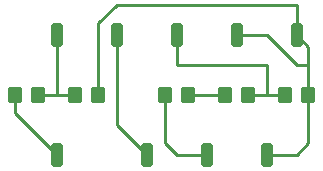
<source format=gbr>
%TF.GenerationSoftware,KiCad,Pcbnew,(7.0.0)*%
%TF.CreationDate,2023-03-15T15:08:56+01:00*%
%TF.ProjectId,PCH-1000JIG_0805,5043482d-3130-4303-904a-49475f303830,rev?*%
%TF.SameCoordinates,Original*%
%TF.FileFunction,Copper,L1,Top*%
%TF.FilePolarity,Positive*%
%FSLAX46Y46*%
G04 Gerber Fmt 4.6, Leading zero omitted, Abs format (unit mm)*
G04 Created by KiCad (PCBNEW (7.0.0)) date 2023-03-15 15:08:56*
%MOMM*%
%LPD*%
G01*
G04 APERTURE LIST*
G04 Aperture macros list*
%AMRoundRect*
0 Rectangle with rounded corners*
0 $1 Rounding radius*
0 $2 $3 $4 $5 $6 $7 $8 $9 X,Y pos of 4 corners*
0 Add a 4 corners polygon primitive as box body*
4,1,4,$2,$3,$4,$5,$6,$7,$8,$9,$2,$3,0*
0 Add four circle primitives for the rounded corners*
1,1,$1+$1,$2,$3*
1,1,$1+$1,$4,$5*
1,1,$1+$1,$6,$7*
1,1,$1+$1,$8,$9*
0 Add four rect primitives between the rounded corners*
20,1,$1+$1,$2,$3,$4,$5,0*
20,1,$1+$1,$4,$5,$6,$7,0*
20,1,$1+$1,$6,$7,$8,$9,0*
20,1,$1+$1,$8,$9,$2,$3,0*%
G04 Aperture macros list end*
%TA.AperFunction,SMDPad,CuDef*%
%ADD10RoundRect,0.250000X-0.250000X-0.750000X0.250000X-0.750000X0.250000X0.750000X-0.250000X0.750000X0*%
%TD*%
%TA.AperFunction,SMDPad,CuDef*%
%ADD11RoundRect,0.250000X-0.350000X-0.450000X0.350000X-0.450000X0.350000X0.450000X-0.350000X0.450000X0*%
%TD*%
%TA.AperFunction,Conductor*%
%ADD12C,0.250000*%
%TD*%
G04 APERTURE END LIST*
D10*
%TO.P,UDC12,1*%
%TO.N,N/C*%
X55880000Y-35560000D03*
%TD*%
D11*
%TO.P,330,1*%
%TO.N,N/C*%
X54880000Y-40640000D03*
%TO.P,330,2*%
X56880000Y-40640000D03*
%TD*%
%TO.P,1K,1*%
%TO.N,N/C*%
X37100000Y-40640000D03*
%TO.P,1K,2*%
X39100000Y-40640000D03*
%TD*%
%TO.P,150,1*%
%TO.N,N/C*%
X59960000Y-40640000D03*
%TO.P,150,2*%
X61960000Y-40640000D03*
%TD*%
D10*
%TO.P,UDC11,1*%
%TO.N,N/C*%
X50800000Y-35560000D03*
%TD*%
D11*
%TO.P,330,1*%
%TO.N,N/C*%
X49800000Y-40640000D03*
%TO.P,330,2*%
X51800000Y-40640000D03*
%TD*%
%TO.P,1K,1*%
%TO.N,N/C*%
X42180000Y-40640000D03*
%TO.P,1K,2*%
X44180000Y-40640000D03*
%TD*%
D10*
%TO.P,3.3V,1*%
%TO.N,N/C*%
X53340000Y-45720000D03*
%TD*%
%TO.P,UDC7,1*%
%TO.N,N/C*%
X45720000Y-35560000D03*
%TD*%
%TO.P,PC RX,1*%
%TO.N,N/C*%
X48260000Y-45720000D03*
%TD*%
%TO.P,GND,1*%
%TO.N,N/C*%
X58420000Y-45720000D03*
%TD*%
%TO.P,UDC6,1*%
%TO.N,N/C*%
X40640000Y-35560000D03*
%TD*%
%TO.P,UDC3,1*%
%TO.N,N/C*%
X60960000Y-35560000D03*
%TD*%
%TO.P,PC TX,1*%
%TO.N,N/C*%
X40640000Y-45720000D03*
%TD*%
D12*
%TO.N,*%
X61960000Y-38100000D02*
X61960000Y-40640000D01*
X44180000Y-40640000D02*
X44180000Y-34560000D01*
X37100000Y-42180000D02*
X40640000Y-45720000D01*
X61960000Y-44720000D02*
X60960000Y-45720000D01*
X58420000Y-38100000D02*
X50800000Y-38100000D01*
X49800000Y-44720000D02*
X49800000Y-40640000D01*
X61960000Y-36560000D02*
X61960000Y-38100000D01*
X37100000Y-42180000D02*
X37100000Y-40640000D01*
X60960000Y-35560000D02*
X61960000Y-36560000D01*
X51800000Y-40640000D02*
X54880000Y-40640000D01*
X49800000Y-44720000D02*
X50800000Y-45720000D01*
X50800000Y-45720000D02*
X53340000Y-45720000D01*
X58420000Y-35560000D02*
X60960000Y-38100000D01*
X50800000Y-38100000D02*
X50800000Y-35560000D01*
X58420000Y-40640000D02*
X59960000Y-40640000D01*
X44180000Y-34560000D02*
X45720000Y-33020000D01*
X45720000Y-43180000D02*
X48260000Y-45720000D01*
X60960000Y-38100000D02*
X61960000Y-38100000D01*
X40640000Y-35560000D02*
X40640000Y-40640000D01*
X45720000Y-35560000D02*
X45720000Y-43180000D01*
X58420000Y-40640000D02*
X58420000Y-38100000D01*
X39100000Y-40640000D02*
X42180000Y-40640000D01*
X56880000Y-40640000D02*
X58420000Y-40640000D01*
X55880000Y-35560000D02*
X58420000Y-35560000D01*
X60960000Y-45720000D02*
X58420000Y-45720000D01*
X60960000Y-33020000D02*
X60960000Y-35560000D01*
X61960000Y-44720000D02*
X61960000Y-40640000D01*
X45720000Y-33020000D02*
X60960000Y-33020000D01*
%TD*%
M02*

</source>
